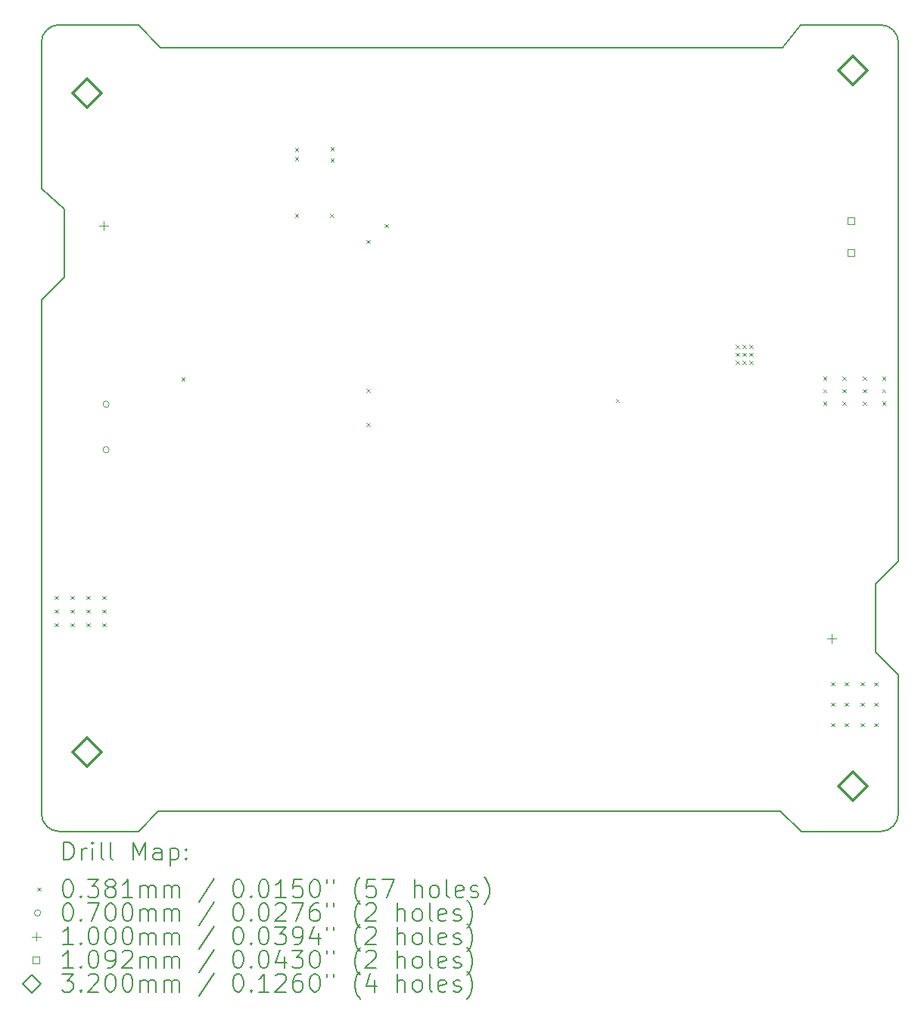
<source format=gbr>
%FSLAX45Y45*%
G04 Gerber Fmt 4.5, Leading zero omitted, Abs format (unit mm)*
G04 Created by KiCad (PCBNEW (6.0.5)) date 2022-07-09 20:36:01*
%MOMM*%
%LPD*%
G01*
G04 APERTURE LIST*
%TA.AperFunction,Profile*%
%ADD10C,0.150000*%
%TD*%
%ADD11C,0.200000*%
%ADD12C,0.038100*%
%ADD13C,0.070000*%
%ADD14C,0.100000*%
%ADD15C,0.109220*%
%ADD16C,0.320000*%
G04 APERTURE END LIST*
D10*
X5320030Y-14197990D02*
G75*
G03*
X5520030Y-14397990I200000J0D01*
G01*
X14708530Y-14397990D02*
G75*
G03*
X14908530Y-14197990I0J200000D01*
G01*
X14908530Y-5580990D02*
G75*
G03*
X14708530Y-5380990I-200000J0D01*
G01*
X5320030Y-8458200D02*
X5320030Y-14197990D01*
X5520030Y-5380990D02*
G75*
G03*
X5320030Y-5580990I0J-200000D01*
G01*
X5520030Y-14397990D02*
X6403950Y-14397990D01*
X14909800Y-11379200D02*
X14908530Y-5580990D01*
X13589000Y-14173200D02*
X6629400Y-14173200D01*
X6403950Y-14397990D02*
X6629400Y-14173200D01*
X14708530Y-14397990D02*
X13824610Y-14397990D01*
X6654800Y-5638800D02*
X6409690Y-5380990D01*
X13614400Y-5638800D02*
X6654800Y-5638800D01*
X13614400Y-5638800D02*
X13818870Y-5380990D01*
X14708530Y-5380990D02*
X13818870Y-5380990D01*
X6409690Y-5380990D02*
X5520030Y-5380990D01*
X5320030Y-7213600D02*
X5320030Y-5580990D01*
X14908530Y-14197990D02*
X14909800Y-12649200D01*
X14655800Y-12395200D02*
X14909800Y-12649200D01*
X14655800Y-11633200D02*
X14655800Y-12395200D01*
X5320030Y-8458200D02*
X5574030Y-8204200D01*
X13824610Y-14397990D02*
X13589000Y-14173200D01*
X5574030Y-7442200D02*
X5320030Y-7213600D01*
X5574030Y-8204200D02*
X5574030Y-7442200D01*
X14909800Y-11379200D02*
X14655800Y-11633200D01*
D11*
D12*
X5467350Y-11766550D02*
X5505450Y-11804650D01*
X5505450Y-11766550D02*
X5467350Y-11804650D01*
X5467350Y-11918950D02*
X5505450Y-11957050D01*
X5505450Y-11918950D02*
X5467350Y-11957050D01*
X5467350Y-12071350D02*
X5505450Y-12109450D01*
X5505450Y-12071350D02*
X5467350Y-12109450D01*
X5645150Y-11766550D02*
X5683250Y-11804650D01*
X5683250Y-11766550D02*
X5645150Y-11804650D01*
X5645150Y-11918950D02*
X5683250Y-11957050D01*
X5683250Y-11918950D02*
X5645150Y-11957050D01*
X5645150Y-12071350D02*
X5683250Y-12109450D01*
X5683250Y-12071350D02*
X5645150Y-12109450D01*
X5822950Y-11766550D02*
X5861050Y-11804650D01*
X5861050Y-11766550D02*
X5822950Y-11804650D01*
X5822950Y-11918950D02*
X5861050Y-11957050D01*
X5861050Y-11918950D02*
X5822950Y-11957050D01*
X5822950Y-12071350D02*
X5861050Y-12109450D01*
X5861050Y-12071350D02*
X5822950Y-12109450D01*
X6000750Y-11766550D02*
X6038850Y-11804650D01*
X6038850Y-11766550D02*
X6000750Y-11804650D01*
X6000750Y-11918950D02*
X6038850Y-11957050D01*
X6038850Y-11918950D02*
X6000750Y-11957050D01*
X6000750Y-12071350D02*
X6038850Y-12109450D01*
X6038850Y-12071350D02*
X6000750Y-12109450D01*
X6888480Y-9324340D02*
X6926580Y-9362440D01*
X6926580Y-9324340D02*
X6888480Y-9362440D01*
X8158480Y-6758940D02*
X8196580Y-6797040D01*
X8196580Y-6758940D02*
X8158480Y-6797040D01*
X8158480Y-6860540D02*
X8196580Y-6898640D01*
X8196580Y-6860540D02*
X8158480Y-6898640D01*
X8158480Y-7495540D02*
X8196580Y-7533640D01*
X8196580Y-7495540D02*
X8158480Y-7533640D01*
X8552180Y-7495540D02*
X8590280Y-7533640D01*
X8590280Y-7495540D02*
X8552180Y-7533640D01*
X8553450Y-6750050D02*
X8591550Y-6788150D01*
X8591550Y-6750050D02*
X8553450Y-6788150D01*
X8553450Y-6877050D02*
X8591550Y-6915150D01*
X8591550Y-6877050D02*
X8553450Y-6915150D01*
X8958580Y-7787640D02*
X8996680Y-7825740D01*
X8996680Y-7787640D02*
X8958580Y-7825740D01*
X8958580Y-9451340D02*
X8996680Y-9489440D01*
X8996680Y-9451340D02*
X8958580Y-9489440D01*
X8958580Y-9832340D02*
X8996680Y-9870440D01*
X8996680Y-9832340D02*
X8958580Y-9870440D01*
X9161780Y-7609840D02*
X9199880Y-7647940D01*
X9199880Y-7609840D02*
X9161780Y-7647940D01*
X11747500Y-9563100D02*
X11785600Y-9601200D01*
X11785600Y-9563100D02*
X11747500Y-9601200D01*
X13087350Y-8959850D02*
X13125450Y-8997950D01*
X13125450Y-8959850D02*
X13087350Y-8997950D01*
X13087350Y-9048750D02*
X13125450Y-9086850D01*
X13125450Y-9048750D02*
X13087350Y-9086850D01*
X13087350Y-9137650D02*
X13125450Y-9175750D01*
X13125450Y-9137650D02*
X13087350Y-9175750D01*
X13163550Y-8959850D02*
X13201650Y-8997950D01*
X13201650Y-8959850D02*
X13163550Y-8997950D01*
X13163550Y-9048750D02*
X13201650Y-9086850D01*
X13201650Y-9048750D02*
X13163550Y-9086850D01*
X13163550Y-9137650D02*
X13201650Y-9175750D01*
X13201650Y-9137650D02*
X13163550Y-9175750D01*
X13239750Y-8959850D02*
X13277850Y-8997950D01*
X13277850Y-8959850D02*
X13239750Y-8997950D01*
X13239750Y-9048750D02*
X13277850Y-9086850D01*
X13277850Y-9048750D02*
X13239750Y-9086850D01*
X13239750Y-9137650D02*
X13277850Y-9175750D01*
X13277850Y-9137650D02*
X13239750Y-9175750D01*
X14065250Y-9315450D02*
X14103350Y-9353550D01*
X14103350Y-9315450D02*
X14065250Y-9353550D01*
X14065250Y-9455150D02*
X14103350Y-9493250D01*
X14103350Y-9455150D02*
X14065250Y-9493250D01*
X14065250Y-9594850D02*
X14103350Y-9632950D01*
X14103350Y-9594850D02*
X14065250Y-9632950D01*
X14154150Y-12731750D02*
X14192250Y-12769850D01*
X14192250Y-12731750D02*
X14154150Y-12769850D01*
X14154150Y-12960350D02*
X14192250Y-12998450D01*
X14192250Y-12960350D02*
X14154150Y-12998450D01*
X14154150Y-13188950D02*
X14192250Y-13227050D01*
X14192250Y-13188950D02*
X14154150Y-13227050D01*
X14281150Y-9315450D02*
X14319250Y-9353550D01*
X14319250Y-9315450D02*
X14281150Y-9353550D01*
X14281150Y-9455150D02*
X14319250Y-9493250D01*
X14319250Y-9455150D02*
X14281150Y-9493250D01*
X14281150Y-9594850D02*
X14319250Y-9632950D01*
X14319250Y-9594850D02*
X14281150Y-9632950D01*
X14306550Y-12731750D02*
X14344650Y-12769850D01*
X14344650Y-12731750D02*
X14306550Y-12769850D01*
X14306550Y-12960350D02*
X14344650Y-12998450D01*
X14344650Y-12960350D02*
X14306550Y-12998450D01*
X14306550Y-13188950D02*
X14344650Y-13227050D01*
X14344650Y-13188950D02*
X14306550Y-13227050D01*
X14484350Y-12731750D02*
X14522450Y-12769850D01*
X14522450Y-12731750D02*
X14484350Y-12769850D01*
X14484350Y-12960350D02*
X14522450Y-12998450D01*
X14522450Y-12960350D02*
X14484350Y-12998450D01*
X14484350Y-13188950D02*
X14522450Y-13227050D01*
X14522450Y-13188950D02*
X14484350Y-13227050D01*
X14509750Y-9315450D02*
X14547850Y-9353550D01*
X14547850Y-9315450D02*
X14509750Y-9353550D01*
X14509750Y-9455150D02*
X14547850Y-9493250D01*
X14547850Y-9455150D02*
X14509750Y-9493250D01*
X14509750Y-9594850D02*
X14547850Y-9632950D01*
X14547850Y-9594850D02*
X14509750Y-9632950D01*
X14636750Y-12731750D02*
X14674850Y-12769850D01*
X14674850Y-12731750D02*
X14636750Y-12769850D01*
X14636750Y-12960350D02*
X14674850Y-12998450D01*
X14674850Y-12960350D02*
X14636750Y-12998450D01*
X14636750Y-13188950D02*
X14674850Y-13227050D01*
X14674850Y-13188950D02*
X14636750Y-13227050D01*
X14725650Y-9315450D02*
X14763750Y-9353550D01*
X14763750Y-9315450D02*
X14725650Y-9353550D01*
X14725650Y-9455150D02*
X14763750Y-9493250D01*
X14763750Y-9455150D02*
X14725650Y-9493250D01*
X14725650Y-9594850D02*
X14763750Y-9632950D01*
X14763750Y-9594850D02*
X14725650Y-9632950D01*
D13*
X6078930Y-9622790D02*
G75*
G03*
X6078930Y-9622790I-35000J0D01*
G01*
X6078930Y-10130790D02*
G75*
G03*
X6078930Y-10130790I-35000J0D01*
G01*
D14*
X6018530Y-7578890D02*
X6018530Y-7678890D01*
X5968530Y-7628890D02*
X6068530Y-7628890D01*
X14159230Y-12188990D02*
X14159230Y-12288990D01*
X14109230Y-12238990D02*
X14209230Y-12238990D01*
D15*
X14415015Y-7613415D02*
X14415015Y-7536184D01*
X14337784Y-7536184D01*
X14337784Y-7613415D01*
X14415015Y-7613415D01*
X14415015Y-7963416D02*
X14415015Y-7886185D01*
X14337784Y-7886185D01*
X14337784Y-7963416D01*
X14415015Y-7963416D01*
D16*
X5828030Y-6302990D02*
X5988030Y-6142990D01*
X5828030Y-5982990D01*
X5668030Y-6142990D01*
X5828030Y-6302990D01*
X5828030Y-13668990D02*
X5988030Y-13508990D01*
X5828030Y-13348990D01*
X5668030Y-13508990D01*
X5828030Y-13668990D01*
X14401030Y-6048990D02*
X14561030Y-5888990D01*
X14401030Y-5728990D01*
X14241030Y-5888990D01*
X14401030Y-6048990D01*
X14401030Y-14049990D02*
X14561030Y-13889990D01*
X14401030Y-13729990D01*
X14241030Y-13889990D01*
X14401030Y-14049990D01*
D11*
X5570149Y-14715966D02*
X5570149Y-14515966D01*
X5617768Y-14515966D01*
X5646339Y-14525490D01*
X5665387Y-14544538D01*
X5674911Y-14563585D01*
X5684435Y-14601680D01*
X5684435Y-14630252D01*
X5674911Y-14668347D01*
X5665387Y-14687395D01*
X5646339Y-14706442D01*
X5617768Y-14715966D01*
X5570149Y-14715966D01*
X5770149Y-14715966D02*
X5770149Y-14582633D01*
X5770149Y-14620728D02*
X5779673Y-14601680D01*
X5789197Y-14592157D01*
X5808244Y-14582633D01*
X5827292Y-14582633D01*
X5893958Y-14715966D02*
X5893958Y-14582633D01*
X5893958Y-14515966D02*
X5884435Y-14525490D01*
X5893958Y-14535014D01*
X5903482Y-14525490D01*
X5893958Y-14515966D01*
X5893958Y-14535014D01*
X6017768Y-14715966D02*
X5998720Y-14706442D01*
X5989197Y-14687395D01*
X5989197Y-14515966D01*
X6122530Y-14715966D02*
X6103482Y-14706442D01*
X6093958Y-14687395D01*
X6093958Y-14515966D01*
X6351101Y-14715966D02*
X6351101Y-14515966D01*
X6417768Y-14658823D01*
X6484435Y-14515966D01*
X6484435Y-14715966D01*
X6665387Y-14715966D02*
X6665387Y-14611204D01*
X6655863Y-14592157D01*
X6636816Y-14582633D01*
X6598720Y-14582633D01*
X6579673Y-14592157D01*
X6665387Y-14706442D02*
X6646339Y-14715966D01*
X6598720Y-14715966D01*
X6579673Y-14706442D01*
X6570149Y-14687395D01*
X6570149Y-14668347D01*
X6579673Y-14649299D01*
X6598720Y-14639776D01*
X6646339Y-14639776D01*
X6665387Y-14630252D01*
X6760625Y-14582633D02*
X6760625Y-14782633D01*
X6760625Y-14592157D02*
X6779673Y-14582633D01*
X6817768Y-14582633D01*
X6836816Y-14592157D01*
X6846339Y-14601680D01*
X6855863Y-14620728D01*
X6855863Y-14677871D01*
X6846339Y-14696918D01*
X6836816Y-14706442D01*
X6817768Y-14715966D01*
X6779673Y-14715966D01*
X6760625Y-14706442D01*
X6941578Y-14696918D02*
X6951101Y-14706442D01*
X6941578Y-14715966D01*
X6932054Y-14706442D01*
X6941578Y-14696918D01*
X6941578Y-14715966D01*
X6941578Y-14592157D02*
X6951101Y-14601680D01*
X6941578Y-14611204D01*
X6932054Y-14601680D01*
X6941578Y-14592157D01*
X6941578Y-14611204D01*
D12*
X5274430Y-15026440D02*
X5312530Y-15064540D01*
X5312530Y-15026440D02*
X5274430Y-15064540D01*
D11*
X5608244Y-14935966D02*
X5627292Y-14935966D01*
X5646339Y-14945490D01*
X5655863Y-14955014D01*
X5665387Y-14974061D01*
X5674911Y-15012157D01*
X5674911Y-15059776D01*
X5665387Y-15097871D01*
X5655863Y-15116918D01*
X5646339Y-15126442D01*
X5627292Y-15135966D01*
X5608244Y-15135966D01*
X5589197Y-15126442D01*
X5579673Y-15116918D01*
X5570149Y-15097871D01*
X5560625Y-15059776D01*
X5560625Y-15012157D01*
X5570149Y-14974061D01*
X5579673Y-14955014D01*
X5589197Y-14945490D01*
X5608244Y-14935966D01*
X5760625Y-15116918D02*
X5770149Y-15126442D01*
X5760625Y-15135966D01*
X5751101Y-15126442D01*
X5760625Y-15116918D01*
X5760625Y-15135966D01*
X5836816Y-14935966D02*
X5960625Y-14935966D01*
X5893958Y-15012157D01*
X5922530Y-15012157D01*
X5941578Y-15021680D01*
X5951101Y-15031204D01*
X5960625Y-15050252D01*
X5960625Y-15097871D01*
X5951101Y-15116918D01*
X5941578Y-15126442D01*
X5922530Y-15135966D01*
X5865387Y-15135966D01*
X5846339Y-15126442D01*
X5836816Y-15116918D01*
X6074911Y-15021680D02*
X6055863Y-15012157D01*
X6046339Y-15002633D01*
X6036816Y-14983585D01*
X6036816Y-14974061D01*
X6046339Y-14955014D01*
X6055863Y-14945490D01*
X6074911Y-14935966D01*
X6113006Y-14935966D01*
X6132054Y-14945490D01*
X6141578Y-14955014D01*
X6151101Y-14974061D01*
X6151101Y-14983585D01*
X6141578Y-15002633D01*
X6132054Y-15012157D01*
X6113006Y-15021680D01*
X6074911Y-15021680D01*
X6055863Y-15031204D01*
X6046339Y-15040728D01*
X6036816Y-15059776D01*
X6036816Y-15097871D01*
X6046339Y-15116918D01*
X6055863Y-15126442D01*
X6074911Y-15135966D01*
X6113006Y-15135966D01*
X6132054Y-15126442D01*
X6141578Y-15116918D01*
X6151101Y-15097871D01*
X6151101Y-15059776D01*
X6141578Y-15040728D01*
X6132054Y-15031204D01*
X6113006Y-15021680D01*
X6341578Y-15135966D02*
X6227292Y-15135966D01*
X6284435Y-15135966D02*
X6284435Y-14935966D01*
X6265387Y-14964538D01*
X6246339Y-14983585D01*
X6227292Y-14993109D01*
X6427292Y-15135966D02*
X6427292Y-15002633D01*
X6427292Y-15021680D02*
X6436816Y-15012157D01*
X6455863Y-15002633D01*
X6484435Y-15002633D01*
X6503482Y-15012157D01*
X6513006Y-15031204D01*
X6513006Y-15135966D01*
X6513006Y-15031204D02*
X6522530Y-15012157D01*
X6541578Y-15002633D01*
X6570149Y-15002633D01*
X6589197Y-15012157D01*
X6598720Y-15031204D01*
X6598720Y-15135966D01*
X6693958Y-15135966D02*
X6693958Y-15002633D01*
X6693958Y-15021680D02*
X6703482Y-15012157D01*
X6722530Y-15002633D01*
X6751101Y-15002633D01*
X6770149Y-15012157D01*
X6779673Y-15031204D01*
X6779673Y-15135966D01*
X6779673Y-15031204D02*
X6789197Y-15012157D01*
X6808244Y-15002633D01*
X6836816Y-15002633D01*
X6855863Y-15012157D01*
X6865387Y-15031204D01*
X6865387Y-15135966D01*
X7255863Y-14926442D02*
X7084435Y-15183585D01*
X7513006Y-14935966D02*
X7532054Y-14935966D01*
X7551101Y-14945490D01*
X7560625Y-14955014D01*
X7570149Y-14974061D01*
X7579673Y-15012157D01*
X7579673Y-15059776D01*
X7570149Y-15097871D01*
X7560625Y-15116918D01*
X7551101Y-15126442D01*
X7532054Y-15135966D01*
X7513006Y-15135966D01*
X7493958Y-15126442D01*
X7484435Y-15116918D01*
X7474911Y-15097871D01*
X7465387Y-15059776D01*
X7465387Y-15012157D01*
X7474911Y-14974061D01*
X7484435Y-14955014D01*
X7493958Y-14945490D01*
X7513006Y-14935966D01*
X7665387Y-15116918D02*
X7674911Y-15126442D01*
X7665387Y-15135966D01*
X7655863Y-15126442D01*
X7665387Y-15116918D01*
X7665387Y-15135966D01*
X7798720Y-14935966D02*
X7817768Y-14935966D01*
X7836816Y-14945490D01*
X7846339Y-14955014D01*
X7855863Y-14974061D01*
X7865387Y-15012157D01*
X7865387Y-15059776D01*
X7855863Y-15097871D01*
X7846339Y-15116918D01*
X7836816Y-15126442D01*
X7817768Y-15135966D01*
X7798720Y-15135966D01*
X7779673Y-15126442D01*
X7770149Y-15116918D01*
X7760625Y-15097871D01*
X7751101Y-15059776D01*
X7751101Y-15012157D01*
X7760625Y-14974061D01*
X7770149Y-14955014D01*
X7779673Y-14945490D01*
X7798720Y-14935966D01*
X8055863Y-15135966D02*
X7941578Y-15135966D01*
X7998720Y-15135966D02*
X7998720Y-14935966D01*
X7979673Y-14964538D01*
X7960625Y-14983585D01*
X7941578Y-14993109D01*
X8236816Y-14935966D02*
X8141578Y-14935966D01*
X8132054Y-15031204D01*
X8141578Y-15021680D01*
X8160625Y-15012157D01*
X8208244Y-15012157D01*
X8227292Y-15021680D01*
X8236816Y-15031204D01*
X8246339Y-15050252D01*
X8246339Y-15097871D01*
X8236816Y-15116918D01*
X8227292Y-15126442D01*
X8208244Y-15135966D01*
X8160625Y-15135966D01*
X8141578Y-15126442D01*
X8132054Y-15116918D01*
X8370149Y-14935966D02*
X8389197Y-14935966D01*
X8408244Y-14945490D01*
X8417768Y-14955014D01*
X8427292Y-14974061D01*
X8436816Y-15012157D01*
X8436816Y-15059776D01*
X8427292Y-15097871D01*
X8417768Y-15116918D01*
X8408244Y-15126442D01*
X8389197Y-15135966D01*
X8370149Y-15135966D01*
X8351101Y-15126442D01*
X8341578Y-15116918D01*
X8332054Y-15097871D01*
X8322530Y-15059776D01*
X8322530Y-15012157D01*
X8332054Y-14974061D01*
X8341578Y-14955014D01*
X8351101Y-14945490D01*
X8370149Y-14935966D01*
X8513006Y-14935966D02*
X8513006Y-14974061D01*
X8589197Y-14935966D02*
X8589197Y-14974061D01*
X8884435Y-15212157D02*
X8874911Y-15202633D01*
X8855863Y-15174061D01*
X8846340Y-15155014D01*
X8836816Y-15126442D01*
X8827292Y-15078823D01*
X8827292Y-15040728D01*
X8836816Y-14993109D01*
X8846340Y-14964538D01*
X8855863Y-14945490D01*
X8874911Y-14916918D01*
X8884435Y-14907395D01*
X9055863Y-14935966D02*
X8960625Y-14935966D01*
X8951101Y-15031204D01*
X8960625Y-15021680D01*
X8979673Y-15012157D01*
X9027292Y-15012157D01*
X9046340Y-15021680D01*
X9055863Y-15031204D01*
X9065387Y-15050252D01*
X9065387Y-15097871D01*
X9055863Y-15116918D01*
X9046340Y-15126442D01*
X9027292Y-15135966D01*
X8979673Y-15135966D01*
X8960625Y-15126442D01*
X8951101Y-15116918D01*
X9132054Y-14935966D02*
X9265387Y-14935966D01*
X9179673Y-15135966D01*
X9493959Y-15135966D02*
X9493959Y-14935966D01*
X9579673Y-15135966D02*
X9579673Y-15031204D01*
X9570149Y-15012157D01*
X9551101Y-15002633D01*
X9522530Y-15002633D01*
X9503482Y-15012157D01*
X9493959Y-15021680D01*
X9703482Y-15135966D02*
X9684435Y-15126442D01*
X9674911Y-15116918D01*
X9665387Y-15097871D01*
X9665387Y-15040728D01*
X9674911Y-15021680D01*
X9684435Y-15012157D01*
X9703482Y-15002633D01*
X9732054Y-15002633D01*
X9751101Y-15012157D01*
X9760625Y-15021680D01*
X9770149Y-15040728D01*
X9770149Y-15097871D01*
X9760625Y-15116918D01*
X9751101Y-15126442D01*
X9732054Y-15135966D01*
X9703482Y-15135966D01*
X9884435Y-15135966D02*
X9865387Y-15126442D01*
X9855863Y-15107395D01*
X9855863Y-14935966D01*
X10036816Y-15126442D02*
X10017768Y-15135966D01*
X9979673Y-15135966D01*
X9960625Y-15126442D01*
X9951101Y-15107395D01*
X9951101Y-15031204D01*
X9960625Y-15012157D01*
X9979673Y-15002633D01*
X10017768Y-15002633D01*
X10036816Y-15012157D01*
X10046340Y-15031204D01*
X10046340Y-15050252D01*
X9951101Y-15069299D01*
X10122530Y-15126442D02*
X10141578Y-15135966D01*
X10179673Y-15135966D01*
X10198720Y-15126442D01*
X10208244Y-15107395D01*
X10208244Y-15097871D01*
X10198720Y-15078823D01*
X10179673Y-15069299D01*
X10151101Y-15069299D01*
X10132054Y-15059776D01*
X10122530Y-15040728D01*
X10122530Y-15031204D01*
X10132054Y-15012157D01*
X10151101Y-15002633D01*
X10179673Y-15002633D01*
X10198720Y-15012157D01*
X10274911Y-15212157D02*
X10284435Y-15202633D01*
X10303482Y-15174061D01*
X10313006Y-15155014D01*
X10322530Y-15126442D01*
X10332054Y-15078823D01*
X10332054Y-15040728D01*
X10322530Y-14993109D01*
X10313006Y-14964538D01*
X10303482Y-14945490D01*
X10284435Y-14916918D01*
X10274911Y-14907395D01*
D13*
X5312530Y-15309490D02*
G75*
G03*
X5312530Y-15309490I-35000J0D01*
G01*
D11*
X5608244Y-15199966D02*
X5627292Y-15199966D01*
X5646339Y-15209490D01*
X5655863Y-15219014D01*
X5665387Y-15238061D01*
X5674911Y-15276157D01*
X5674911Y-15323776D01*
X5665387Y-15361871D01*
X5655863Y-15380918D01*
X5646339Y-15390442D01*
X5627292Y-15399966D01*
X5608244Y-15399966D01*
X5589197Y-15390442D01*
X5579673Y-15380918D01*
X5570149Y-15361871D01*
X5560625Y-15323776D01*
X5560625Y-15276157D01*
X5570149Y-15238061D01*
X5579673Y-15219014D01*
X5589197Y-15209490D01*
X5608244Y-15199966D01*
X5760625Y-15380918D02*
X5770149Y-15390442D01*
X5760625Y-15399966D01*
X5751101Y-15390442D01*
X5760625Y-15380918D01*
X5760625Y-15399966D01*
X5836816Y-15199966D02*
X5970149Y-15199966D01*
X5884435Y-15399966D01*
X6084435Y-15199966D02*
X6103482Y-15199966D01*
X6122530Y-15209490D01*
X6132054Y-15219014D01*
X6141578Y-15238061D01*
X6151101Y-15276157D01*
X6151101Y-15323776D01*
X6141578Y-15361871D01*
X6132054Y-15380918D01*
X6122530Y-15390442D01*
X6103482Y-15399966D01*
X6084435Y-15399966D01*
X6065387Y-15390442D01*
X6055863Y-15380918D01*
X6046339Y-15361871D01*
X6036816Y-15323776D01*
X6036816Y-15276157D01*
X6046339Y-15238061D01*
X6055863Y-15219014D01*
X6065387Y-15209490D01*
X6084435Y-15199966D01*
X6274911Y-15199966D02*
X6293958Y-15199966D01*
X6313006Y-15209490D01*
X6322530Y-15219014D01*
X6332054Y-15238061D01*
X6341578Y-15276157D01*
X6341578Y-15323776D01*
X6332054Y-15361871D01*
X6322530Y-15380918D01*
X6313006Y-15390442D01*
X6293958Y-15399966D01*
X6274911Y-15399966D01*
X6255863Y-15390442D01*
X6246339Y-15380918D01*
X6236816Y-15361871D01*
X6227292Y-15323776D01*
X6227292Y-15276157D01*
X6236816Y-15238061D01*
X6246339Y-15219014D01*
X6255863Y-15209490D01*
X6274911Y-15199966D01*
X6427292Y-15399966D02*
X6427292Y-15266633D01*
X6427292Y-15285680D02*
X6436816Y-15276157D01*
X6455863Y-15266633D01*
X6484435Y-15266633D01*
X6503482Y-15276157D01*
X6513006Y-15295204D01*
X6513006Y-15399966D01*
X6513006Y-15295204D02*
X6522530Y-15276157D01*
X6541578Y-15266633D01*
X6570149Y-15266633D01*
X6589197Y-15276157D01*
X6598720Y-15295204D01*
X6598720Y-15399966D01*
X6693958Y-15399966D02*
X6693958Y-15266633D01*
X6693958Y-15285680D02*
X6703482Y-15276157D01*
X6722530Y-15266633D01*
X6751101Y-15266633D01*
X6770149Y-15276157D01*
X6779673Y-15295204D01*
X6779673Y-15399966D01*
X6779673Y-15295204D02*
X6789197Y-15276157D01*
X6808244Y-15266633D01*
X6836816Y-15266633D01*
X6855863Y-15276157D01*
X6865387Y-15295204D01*
X6865387Y-15399966D01*
X7255863Y-15190442D02*
X7084435Y-15447585D01*
X7513006Y-15199966D02*
X7532054Y-15199966D01*
X7551101Y-15209490D01*
X7560625Y-15219014D01*
X7570149Y-15238061D01*
X7579673Y-15276157D01*
X7579673Y-15323776D01*
X7570149Y-15361871D01*
X7560625Y-15380918D01*
X7551101Y-15390442D01*
X7532054Y-15399966D01*
X7513006Y-15399966D01*
X7493958Y-15390442D01*
X7484435Y-15380918D01*
X7474911Y-15361871D01*
X7465387Y-15323776D01*
X7465387Y-15276157D01*
X7474911Y-15238061D01*
X7484435Y-15219014D01*
X7493958Y-15209490D01*
X7513006Y-15199966D01*
X7665387Y-15380918D02*
X7674911Y-15390442D01*
X7665387Y-15399966D01*
X7655863Y-15390442D01*
X7665387Y-15380918D01*
X7665387Y-15399966D01*
X7798720Y-15199966D02*
X7817768Y-15199966D01*
X7836816Y-15209490D01*
X7846339Y-15219014D01*
X7855863Y-15238061D01*
X7865387Y-15276157D01*
X7865387Y-15323776D01*
X7855863Y-15361871D01*
X7846339Y-15380918D01*
X7836816Y-15390442D01*
X7817768Y-15399966D01*
X7798720Y-15399966D01*
X7779673Y-15390442D01*
X7770149Y-15380918D01*
X7760625Y-15361871D01*
X7751101Y-15323776D01*
X7751101Y-15276157D01*
X7760625Y-15238061D01*
X7770149Y-15219014D01*
X7779673Y-15209490D01*
X7798720Y-15199966D01*
X7941578Y-15219014D02*
X7951101Y-15209490D01*
X7970149Y-15199966D01*
X8017768Y-15199966D01*
X8036816Y-15209490D01*
X8046339Y-15219014D01*
X8055863Y-15238061D01*
X8055863Y-15257109D01*
X8046339Y-15285680D01*
X7932054Y-15399966D01*
X8055863Y-15399966D01*
X8122530Y-15199966D02*
X8255863Y-15199966D01*
X8170149Y-15399966D01*
X8417768Y-15199966D02*
X8379673Y-15199966D01*
X8360625Y-15209490D01*
X8351101Y-15219014D01*
X8332054Y-15247585D01*
X8322530Y-15285680D01*
X8322530Y-15361871D01*
X8332054Y-15380918D01*
X8341578Y-15390442D01*
X8360625Y-15399966D01*
X8398720Y-15399966D01*
X8417768Y-15390442D01*
X8427292Y-15380918D01*
X8436816Y-15361871D01*
X8436816Y-15314252D01*
X8427292Y-15295204D01*
X8417768Y-15285680D01*
X8398720Y-15276157D01*
X8360625Y-15276157D01*
X8341578Y-15285680D01*
X8332054Y-15295204D01*
X8322530Y-15314252D01*
X8513006Y-15199966D02*
X8513006Y-15238061D01*
X8589197Y-15199966D02*
X8589197Y-15238061D01*
X8884435Y-15476157D02*
X8874911Y-15466633D01*
X8855863Y-15438061D01*
X8846340Y-15419014D01*
X8836816Y-15390442D01*
X8827292Y-15342823D01*
X8827292Y-15304728D01*
X8836816Y-15257109D01*
X8846340Y-15228538D01*
X8855863Y-15209490D01*
X8874911Y-15180918D01*
X8884435Y-15171395D01*
X8951101Y-15219014D02*
X8960625Y-15209490D01*
X8979673Y-15199966D01*
X9027292Y-15199966D01*
X9046340Y-15209490D01*
X9055863Y-15219014D01*
X9065387Y-15238061D01*
X9065387Y-15257109D01*
X9055863Y-15285680D01*
X8941578Y-15399966D01*
X9065387Y-15399966D01*
X9303482Y-15399966D02*
X9303482Y-15199966D01*
X9389197Y-15399966D02*
X9389197Y-15295204D01*
X9379673Y-15276157D01*
X9360625Y-15266633D01*
X9332054Y-15266633D01*
X9313006Y-15276157D01*
X9303482Y-15285680D01*
X9513006Y-15399966D02*
X9493959Y-15390442D01*
X9484435Y-15380918D01*
X9474911Y-15361871D01*
X9474911Y-15304728D01*
X9484435Y-15285680D01*
X9493959Y-15276157D01*
X9513006Y-15266633D01*
X9541578Y-15266633D01*
X9560625Y-15276157D01*
X9570149Y-15285680D01*
X9579673Y-15304728D01*
X9579673Y-15361871D01*
X9570149Y-15380918D01*
X9560625Y-15390442D01*
X9541578Y-15399966D01*
X9513006Y-15399966D01*
X9693959Y-15399966D02*
X9674911Y-15390442D01*
X9665387Y-15371395D01*
X9665387Y-15199966D01*
X9846340Y-15390442D02*
X9827292Y-15399966D01*
X9789197Y-15399966D01*
X9770149Y-15390442D01*
X9760625Y-15371395D01*
X9760625Y-15295204D01*
X9770149Y-15276157D01*
X9789197Y-15266633D01*
X9827292Y-15266633D01*
X9846340Y-15276157D01*
X9855863Y-15295204D01*
X9855863Y-15314252D01*
X9760625Y-15333299D01*
X9932054Y-15390442D02*
X9951101Y-15399966D01*
X9989197Y-15399966D01*
X10008244Y-15390442D01*
X10017768Y-15371395D01*
X10017768Y-15361871D01*
X10008244Y-15342823D01*
X9989197Y-15333299D01*
X9960625Y-15333299D01*
X9941578Y-15323776D01*
X9932054Y-15304728D01*
X9932054Y-15295204D01*
X9941578Y-15276157D01*
X9960625Y-15266633D01*
X9989197Y-15266633D01*
X10008244Y-15276157D01*
X10084435Y-15476157D02*
X10093959Y-15466633D01*
X10113006Y-15438061D01*
X10122530Y-15419014D01*
X10132054Y-15390442D01*
X10141578Y-15342823D01*
X10141578Y-15304728D01*
X10132054Y-15257109D01*
X10122530Y-15228538D01*
X10113006Y-15209490D01*
X10093959Y-15180918D01*
X10084435Y-15171395D01*
D14*
X5262530Y-15523490D02*
X5262530Y-15623490D01*
X5212530Y-15573490D02*
X5312530Y-15573490D01*
D11*
X5674911Y-15663966D02*
X5560625Y-15663966D01*
X5617768Y-15663966D02*
X5617768Y-15463966D01*
X5598720Y-15492538D01*
X5579673Y-15511585D01*
X5560625Y-15521109D01*
X5760625Y-15644918D02*
X5770149Y-15654442D01*
X5760625Y-15663966D01*
X5751101Y-15654442D01*
X5760625Y-15644918D01*
X5760625Y-15663966D01*
X5893958Y-15463966D02*
X5913006Y-15463966D01*
X5932054Y-15473490D01*
X5941578Y-15483014D01*
X5951101Y-15502061D01*
X5960625Y-15540157D01*
X5960625Y-15587776D01*
X5951101Y-15625871D01*
X5941578Y-15644918D01*
X5932054Y-15654442D01*
X5913006Y-15663966D01*
X5893958Y-15663966D01*
X5874911Y-15654442D01*
X5865387Y-15644918D01*
X5855863Y-15625871D01*
X5846339Y-15587776D01*
X5846339Y-15540157D01*
X5855863Y-15502061D01*
X5865387Y-15483014D01*
X5874911Y-15473490D01*
X5893958Y-15463966D01*
X6084435Y-15463966D02*
X6103482Y-15463966D01*
X6122530Y-15473490D01*
X6132054Y-15483014D01*
X6141578Y-15502061D01*
X6151101Y-15540157D01*
X6151101Y-15587776D01*
X6141578Y-15625871D01*
X6132054Y-15644918D01*
X6122530Y-15654442D01*
X6103482Y-15663966D01*
X6084435Y-15663966D01*
X6065387Y-15654442D01*
X6055863Y-15644918D01*
X6046339Y-15625871D01*
X6036816Y-15587776D01*
X6036816Y-15540157D01*
X6046339Y-15502061D01*
X6055863Y-15483014D01*
X6065387Y-15473490D01*
X6084435Y-15463966D01*
X6274911Y-15463966D02*
X6293958Y-15463966D01*
X6313006Y-15473490D01*
X6322530Y-15483014D01*
X6332054Y-15502061D01*
X6341578Y-15540157D01*
X6341578Y-15587776D01*
X6332054Y-15625871D01*
X6322530Y-15644918D01*
X6313006Y-15654442D01*
X6293958Y-15663966D01*
X6274911Y-15663966D01*
X6255863Y-15654442D01*
X6246339Y-15644918D01*
X6236816Y-15625871D01*
X6227292Y-15587776D01*
X6227292Y-15540157D01*
X6236816Y-15502061D01*
X6246339Y-15483014D01*
X6255863Y-15473490D01*
X6274911Y-15463966D01*
X6427292Y-15663966D02*
X6427292Y-15530633D01*
X6427292Y-15549680D02*
X6436816Y-15540157D01*
X6455863Y-15530633D01*
X6484435Y-15530633D01*
X6503482Y-15540157D01*
X6513006Y-15559204D01*
X6513006Y-15663966D01*
X6513006Y-15559204D02*
X6522530Y-15540157D01*
X6541578Y-15530633D01*
X6570149Y-15530633D01*
X6589197Y-15540157D01*
X6598720Y-15559204D01*
X6598720Y-15663966D01*
X6693958Y-15663966D02*
X6693958Y-15530633D01*
X6693958Y-15549680D02*
X6703482Y-15540157D01*
X6722530Y-15530633D01*
X6751101Y-15530633D01*
X6770149Y-15540157D01*
X6779673Y-15559204D01*
X6779673Y-15663966D01*
X6779673Y-15559204D02*
X6789197Y-15540157D01*
X6808244Y-15530633D01*
X6836816Y-15530633D01*
X6855863Y-15540157D01*
X6865387Y-15559204D01*
X6865387Y-15663966D01*
X7255863Y-15454442D02*
X7084435Y-15711585D01*
X7513006Y-15463966D02*
X7532054Y-15463966D01*
X7551101Y-15473490D01*
X7560625Y-15483014D01*
X7570149Y-15502061D01*
X7579673Y-15540157D01*
X7579673Y-15587776D01*
X7570149Y-15625871D01*
X7560625Y-15644918D01*
X7551101Y-15654442D01*
X7532054Y-15663966D01*
X7513006Y-15663966D01*
X7493958Y-15654442D01*
X7484435Y-15644918D01*
X7474911Y-15625871D01*
X7465387Y-15587776D01*
X7465387Y-15540157D01*
X7474911Y-15502061D01*
X7484435Y-15483014D01*
X7493958Y-15473490D01*
X7513006Y-15463966D01*
X7665387Y-15644918D02*
X7674911Y-15654442D01*
X7665387Y-15663966D01*
X7655863Y-15654442D01*
X7665387Y-15644918D01*
X7665387Y-15663966D01*
X7798720Y-15463966D02*
X7817768Y-15463966D01*
X7836816Y-15473490D01*
X7846339Y-15483014D01*
X7855863Y-15502061D01*
X7865387Y-15540157D01*
X7865387Y-15587776D01*
X7855863Y-15625871D01*
X7846339Y-15644918D01*
X7836816Y-15654442D01*
X7817768Y-15663966D01*
X7798720Y-15663966D01*
X7779673Y-15654442D01*
X7770149Y-15644918D01*
X7760625Y-15625871D01*
X7751101Y-15587776D01*
X7751101Y-15540157D01*
X7760625Y-15502061D01*
X7770149Y-15483014D01*
X7779673Y-15473490D01*
X7798720Y-15463966D01*
X7932054Y-15463966D02*
X8055863Y-15463966D01*
X7989197Y-15540157D01*
X8017768Y-15540157D01*
X8036816Y-15549680D01*
X8046339Y-15559204D01*
X8055863Y-15578252D01*
X8055863Y-15625871D01*
X8046339Y-15644918D01*
X8036816Y-15654442D01*
X8017768Y-15663966D01*
X7960625Y-15663966D01*
X7941578Y-15654442D01*
X7932054Y-15644918D01*
X8151101Y-15663966D02*
X8189197Y-15663966D01*
X8208244Y-15654442D01*
X8217768Y-15644918D01*
X8236816Y-15616347D01*
X8246339Y-15578252D01*
X8246339Y-15502061D01*
X8236816Y-15483014D01*
X8227292Y-15473490D01*
X8208244Y-15463966D01*
X8170149Y-15463966D01*
X8151101Y-15473490D01*
X8141578Y-15483014D01*
X8132054Y-15502061D01*
X8132054Y-15549680D01*
X8141578Y-15568728D01*
X8151101Y-15578252D01*
X8170149Y-15587776D01*
X8208244Y-15587776D01*
X8227292Y-15578252D01*
X8236816Y-15568728D01*
X8246339Y-15549680D01*
X8417768Y-15530633D02*
X8417768Y-15663966D01*
X8370149Y-15454442D02*
X8322530Y-15597299D01*
X8446340Y-15597299D01*
X8513006Y-15463966D02*
X8513006Y-15502061D01*
X8589197Y-15463966D02*
X8589197Y-15502061D01*
X8884435Y-15740157D02*
X8874911Y-15730633D01*
X8855863Y-15702061D01*
X8846340Y-15683014D01*
X8836816Y-15654442D01*
X8827292Y-15606823D01*
X8827292Y-15568728D01*
X8836816Y-15521109D01*
X8846340Y-15492538D01*
X8855863Y-15473490D01*
X8874911Y-15444918D01*
X8884435Y-15435395D01*
X8951101Y-15483014D02*
X8960625Y-15473490D01*
X8979673Y-15463966D01*
X9027292Y-15463966D01*
X9046340Y-15473490D01*
X9055863Y-15483014D01*
X9065387Y-15502061D01*
X9065387Y-15521109D01*
X9055863Y-15549680D01*
X8941578Y-15663966D01*
X9065387Y-15663966D01*
X9303482Y-15663966D02*
X9303482Y-15463966D01*
X9389197Y-15663966D02*
X9389197Y-15559204D01*
X9379673Y-15540157D01*
X9360625Y-15530633D01*
X9332054Y-15530633D01*
X9313006Y-15540157D01*
X9303482Y-15549680D01*
X9513006Y-15663966D02*
X9493959Y-15654442D01*
X9484435Y-15644918D01*
X9474911Y-15625871D01*
X9474911Y-15568728D01*
X9484435Y-15549680D01*
X9493959Y-15540157D01*
X9513006Y-15530633D01*
X9541578Y-15530633D01*
X9560625Y-15540157D01*
X9570149Y-15549680D01*
X9579673Y-15568728D01*
X9579673Y-15625871D01*
X9570149Y-15644918D01*
X9560625Y-15654442D01*
X9541578Y-15663966D01*
X9513006Y-15663966D01*
X9693959Y-15663966D02*
X9674911Y-15654442D01*
X9665387Y-15635395D01*
X9665387Y-15463966D01*
X9846340Y-15654442D02*
X9827292Y-15663966D01*
X9789197Y-15663966D01*
X9770149Y-15654442D01*
X9760625Y-15635395D01*
X9760625Y-15559204D01*
X9770149Y-15540157D01*
X9789197Y-15530633D01*
X9827292Y-15530633D01*
X9846340Y-15540157D01*
X9855863Y-15559204D01*
X9855863Y-15578252D01*
X9760625Y-15597299D01*
X9932054Y-15654442D02*
X9951101Y-15663966D01*
X9989197Y-15663966D01*
X10008244Y-15654442D01*
X10017768Y-15635395D01*
X10017768Y-15625871D01*
X10008244Y-15606823D01*
X9989197Y-15597299D01*
X9960625Y-15597299D01*
X9941578Y-15587776D01*
X9932054Y-15568728D01*
X9932054Y-15559204D01*
X9941578Y-15540157D01*
X9960625Y-15530633D01*
X9989197Y-15530633D01*
X10008244Y-15540157D01*
X10084435Y-15740157D02*
X10093959Y-15730633D01*
X10113006Y-15702061D01*
X10122530Y-15683014D01*
X10132054Y-15654442D01*
X10141578Y-15606823D01*
X10141578Y-15568728D01*
X10132054Y-15521109D01*
X10122530Y-15492538D01*
X10113006Y-15473490D01*
X10093959Y-15444918D01*
X10084435Y-15435395D01*
D15*
X5296536Y-15876105D02*
X5296536Y-15798874D01*
X5219305Y-15798874D01*
X5219305Y-15876105D01*
X5296536Y-15876105D01*
D11*
X5674911Y-15927966D02*
X5560625Y-15927966D01*
X5617768Y-15927966D02*
X5617768Y-15727966D01*
X5598720Y-15756538D01*
X5579673Y-15775585D01*
X5560625Y-15785109D01*
X5760625Y-15908918D02*
X5770149Y-15918442D01*
X5760625Y-15927966D01*
X5751101Y-15918442D01*
X5760625Y-15908918D01*
X5760625Y-15927966D01*
X5893958Y-15727966D02*
X5913006Y-15727966D01*
X5932054Y-15737490D01*
X5941578Y-15747014D01*
X5951101Y-15766061D01*
X5960625Y-15804157D01*
X5960625Y-15851776D01*
X5951101Y-15889871D01*
X5941578Y-15908918D01*
X5932054Y-15918442D01*
X5913006Y-15927966D01*
X5893958Y-15927966D01*
X5874911Y-15918442D01*
X5865387Y-15908918D01*
X5855863Y-15889871D01*
X5846339Y-15851776D01*
X5846339Y-15804157D01*
X5855863Y-15766061D01*
X5865387Y-15747014D01*
X5874911Y-15737490D01*
X5893958Y-15727966D01*
X6055863Y-15927966D02*
X6093958Y-15927966D01*
X6113006Y-15918442D01*
X6122530Y-15908918D01*
X6141578Y-15880347D01*
X6151101Y-15842252D01*
X6151101Y-15766061D01*
X6141578Y-15747014D01*
X6132054Y-15737490D01*
X6113006Y-15727966D01*
X6074911Y-15727966D01*
X6055863Y-15737490D01*
X6046339Y-15747014D01*
X6036816Y-15766061D01*
X6036816Y-15813680D01*
X6046339Y-15832728D01*
X6055863Y-15842252D01*
X6074911Y-15851776D01*
X6113006Y-15851776D01*
X6132054Y-15842252D01*
X6141578Y-15832728D01*
X6151101Y-15813680D01*
X6227292Y-15747014D02*
X6236816Y-15737490D01*
X6255863Y-15727966D01*
X6303482Y-15727966D01*
X6322530Y-15737490D01*
X6332054Y-15747014D01*
X6341578Y-15766061D01*
X6341578Y-15785109D01*
X6332054Y-15813680D01*
X6217768Y-15927966D01*
X6341578Y-15927966D01*
X6427292Y-15927966D02*
X6427292Y-15794633D01*
X6427292Y-15813680D02*
X6436816Y-15804157D01*
X6455863Y-15794633D01*
X6484435Y-15794633D01*
X6503482Y-15804157D01*
X6513006Y-15823204D01*
X6513006Y-15927966D01*
X6513006Y-15823204D02*
X6522530Y-15804157D01*
X6541578Y-15794633D01*
X6570149Y-15794633D01*
X6589197Y-15804157D01*
X6598720Y-15823204D01*
X6598720Y-15927966D01*
X6693958Y-15927966D02*
X6693958Y-15794633D01*
X6693958Y-15813680D02*
X6703482Y-15804157D01*
X6722530Y-15794633D01*
X6751101Y-15794633D01*
X6770149Y-15804157D01*
X6779673Y-15823204D01*
X6779673Y-15927966D01*
X6779673Y-15823204D02*
X6789197Y-15804157D01*
X6808244Y-15794633D01*
X6836816Y-15794633D01*
X6855863Y-15804157D01*
X6865387Y-15823204D01*
X6865387Y-15927966D01*
X7255863Y-15718442D02*
X7084435Y-15975585D01*
X7513006Y-15727966D02*
X7532054Y-15727966D01*
X7551101Y-15737490D01*
X7560625Y-15747014D01*
X7570149Y-15766061D01*
X7579673Y-15804157D01*
X7579673Y-15851776D01*
X7570149Y-15889871D01*
X7560625Y-15908918D01*
X7551101Y-15918442D01*
X7532054Y-15927966D01*
X7513006Y-15927966D01*
X7493958Y-15918442D01*
X7484435Y-15908918D01*
X7474911Y-15889871D01*
X7465387Y-15851776D01*
X7465387Y-15804157D01*
X7474911Y-15766061D01*
X7484435Y-15747014D01*
X7493958Y-15737490D01*
X7513006Y-15727966D01*
X7665387Y-15908918D02*
X7674911Y-15918442D01*
X7665387Y-15927966D01*
X7655863Y-15918442D01*
X7665387Y-15908918D01*
X7665387Y-15927966D01*
X7798720Y-15727966D02*
X7817768Y-15727966D01*
X7836816Y-15737490D01*
X7846339Y-15747014D01*
X7855863Y-15766061D01*
X7865387Y-15804157D01*
X7865387Y-15851776D01*
X7855863Y-15889871D01*
X7846339Y-15908918D01*
X7836816Y-15918442D01*
X7817768Y-15927966D01*
X7798720Y-15927966D01*
X7779673Y-15918442D01*
X7770149Y-15908918D01*
X7760625Y-15889871D01*
X7751101Y-15851776D01*
X7751101Y-15804157D01*
X7760625Y-15766061D01*
X7770149Y-15747014D01*
X7779673Y-15737490D01*
X7798720Y-15727966D01*
X8036816Y-15794633D02*
X8036816Y-15927966D01*
X7989197Y-15718442D02*
X7941578Y-15861299D01*
X8065387Y-15861299D01*
X8122530Y-15727966D02*
X8246339Y-15727966D01*
X8179673Y-15804157D01*
X8208244Y-15804157D01*
X8227292Y-15813680D01*
X8236816Y-15823204D01*
X8246339Y-15842252D01*
X8246339Y-15889871D01*
X8236816Y-15908918D01*
X8227292Y-15918442D01*
X8208244Y-15927966D01*
X8151101Y-15927966D01*
X8132054Y-15918442D01*
X8122530Y-15908918D01*
X8370149Y-15727966D02*
X8389197Y-15727966D01*
X8408244Y-15737490D01*
X8417768Y-15747014D01*
X8427292Y-15766061D01*
X8436816Y-15804157D01*
X8436816Y-15851776D01*
X8427292Y-15889871D01*
X8417768Y-15908918D01*
X8408244Y-15918442D01*
X8389197Y-15927966D01*
X8370149Y-15927966D01*
X8351101Y-15918442D01*
X8341578Y-15908918D01*
X8332054Y-15889871D01*
X8322530Y-15851776D01*
X8322530Y-15804157D01*
X8332054Y-15766061D01*
X8341578Y-15747014D01*
X8351101Y-15737490D01*
X8370149Y-15727966D01*
X8513006Y-15727966D02*
X8513006Y-15766061D01*
X8589197Y-15727966D02*
X8589197Y-15766061D01*
X8884435Y-16004157D02*
X8874911Y-15994633D01*
X8855863Y-15966061D01*
X8846340Y-15947014D01*
X8836816Y-15918442D01*
X8827292Y-15870823D01*
X8827292Y-15832728D01*
X8836816Y-15785109D01*
X8846340Y-15756538D01*
X8855863Y-15737490D01*
X8874911Y-15708918D01*
X8884435Y-15699395D01*
X8951101Y-15747014D02*
X8960625Y-15737490D01*
X8979673Y-15727966D01*
X9027292Y-15727966D01*
X9046340Y-15737490D01*
X9055863Y-15747014D01*
X9065387Y-15766061D01*
X9065387Y-15785109D01*
X9055863Y-15813680D01*
X8941578Y-15927966D01*
X9065387Y-15927966D01*
X9303482Y-15927966D02*
X9303482Y-15727966D01*
X9389197Y-15927966D02*
X9389197Y-15823204D01*
X9379673Y-15804157D01*
X9360625Y-15794633D01*
X9332054Y-15794633D01*
X9313006Y-15804157D01*
X9303482Y-15813680D01*
X9513006Y-15927966D02*
X9493959Y-15918442D01*
X9484435Y-15908918D01*
X9474911Y-15889871D01*
X9474911Y-15832728D01*
X9484435Y-15813680D01*
X9493959Y-15804157D01*
X9513006Y-15794633D01*
X9541578Y-15794633D01*
X9560625Y-15804157D01*
X9570149Y-15813680D01*
X9579673Y-15832728D01*
X9579673Y-15889871D01*
X9570149Y-15908918D01*
X9560625Y-15918442D01*
X9541578Y-15927966D01*
X9513006Y-15927966D01*
X9693959Y-15927966D02*
X9674911Y-15918442D01*
X9665387Y-15899395D01*
X9665387Y-15727966D01*
X9846340Y-15918442D02*
X9827292Y-15927966D01*
X9789197Y-15927966D01*
X9770149Y-15918442D01*
X9760625Y-15899395D01*
X9760625Y-15823204D01*
X9770149Y-15804157D01*
X9789197Y-15794633D01*
X9827292Y-15794633D01*
X9846340Y-15804157D01*
X9855863Y-15823204D01*
X9855863Y-15842252D01*
X9760625Y-15861299D01*
X9932054Y-15918442D02*
X9951101Y-15927966D01*
X9989197Y-15927966D01*
X10008244Y-15918442D01*
X10017768Y-15899395D01*
X10017768Y-15889871D01*
X10008244Y-15870823D01*
X9989197Y-15861299D01*
X9960625Y-15861299D01*
X9941578Y-15851776D01*
X9932054Y-15832728D01*
X9932054Y-15823204D01*
X9941578Y-15804157D01*
X9960625Y-15794633D01*
X9989197Y-15794633D01*
X10008244Y-15804157D01*
X10084435Y-16004157D02*
X10093959Y-15994633D01*
X10113006Y-15966061D01*
X10122530Y-15947014D01*
X10132054Y-15918442D01*
X10141578Y-15870823D01*
X10141578Y-15832728D01*
X10132054Y-15785109D01*
X10122530Y-15756538D01*
X10113006Y-15737490D01*
X10093959Y-15708918D01*
X10084435Y-15699395D01*
X5212530Y-16201490D02*
X5312530Y-16101490D01*
X5212530Y-16001490D01*
X5112530Y-16101490D01*
X5212530Y-16201490D01*
X5551101Y-15991966D02*
X5674911Y-15991966D01*
X5608244Y-16068157D01*
X5636816Y-16068157D01*
X5655863Y-16077680D01*
X5665387Y-16087204D01*
X5674911Y-16106252D01*
X5674911Y-16153871D01*
X5665387Y-16172918D01*
X5655863Y-16182442D01*
X5636816Y-16191966D01*
X5579673Y-16191966D01*
X5560625Y-16182442D01*
X5551101Y-16172918D01*
X5760625Y-16172918D02*
X5770149Y-16182442D01*
X5760625Y-16191966D01*
X5751101Y-16182442D01*
X5760625Y-16172918D01*
X5760625Y-16191966D01*
X5846339Y-16011014D02*
X5855863Y-16001490D01*
X5874911Y-15991966D01*
X5922530Y-15991966D01*
X5941578Y-16001490D01*
X5951101Y-16011014D01*
X5960625Y-16030061D01*
X5960625Y-16049109D01*
X5951101Y-16077680D01*
X5836816Y-16191966D01*
X5960625Y-16191966D01*
X6084435Y-15991966D02*
X6103482Y-15991966D01*
X6122530Y-16001490D01*
X6132054Y-16011014D01*
X6141578Y-16030061D01*
X6151101Y-16068157D01*
X6151101Y-16115776D01*
X6141578Y-16153871D01*
X6132054Y-16172918D01*
X6122530Y-16182442D01*
X6103482Y-16191966D01*
X6084435Y-16191966D01*
X6065387Y-16182442D01*
X6055863Y-16172918D01*
X6046339Y-16153871D01*
X6036816Y-16115776D01*
X6036816Y-16068157D01*
X6046339Y-16030061D01*
X6055863Y-16011014D01*
X6065387Y-16001490D01*
X6084435Y-15991966D01*
X6274911Y-15991966D02*
X6293958Y-15991966D01*
X6313006Y-16001490D01*
X6322530Y-16011014D01*
X6332054Y-16030061D01*
X6341578Y-16068157D01*
X6341578Y-16115776D01*
X6332054Y-16153871D01*
X6322530Y-16172918D01*
X6313006Y-16182442D01*
X6293958Y-16191966D01*
X6274911Y-16191966D01*
X6255863Y-16182442D01*
X6246339Y-16172918D01*
X6236816Y-16153871D01*
X6227292Y-16115776D01*
X6227292Y-16068157D01*
X6236816Y-16030061D01*
X6246339Y-16011014D01*
X6255863Y-16001490D01*
X6274911Y-15991966D01*
X6427292Y-16191966D02*
X6427292Y-16058633D01*
X6427292Y-16077680D02*
X6436816Y-16068157D01*
X6455863Y-16058633D01*
X6484435Y-16058633D01*
X6503482Y-16068157D01*
X6513006Y-16087204D01*
X6513006Y-16191966D01*
X6513006Y-16087204D02*
X6522530Y-16068157D01*
X6541578Y-16058633D01*
X6570149Y-16058633D01*
X6589197Y-16068157D01*
X6598720Y-16087204D01*
X6598720Y-16191966D01*
X6693958Y-16191966D02*
X6693958Y-16058633D01*
X6693958Y-16077680D02*
X6703482Y-16068157D01*
X6722530Y-16058633D01*
X6751101Y-16058633D01*
X6770149Y-16068157D01*
X6779673Y-16087204D01*
X6779673Y-16191966D01*
X6779673Y-16087204D02*
X6789197Y-16068157D01*
X6808244Y-16058633D01*
X6836816Y-16058633D01*
X6855863Y-16068157D01*
X6865387Y-16087204D01*
X6865387Y-16191966D01*
X7255863Y-15982442D02*
X7084435Y-16239585D01*
X7513006Y-15991966D02*
X7532054Y-15991966D01*
X7551101Y-16001490D01*
X7560625Y-16011014D01*
X7570149Y-16030061D01*
X7579673Y-16068157D01*
X7579673Y-16115776D01*
X7570149Y-16153871D01*
X7560625Y-16172918D01*
X7551101Y-16182442D01*
X7532054Y-16191966D01*
X7513006Y-16191966D01*
X7493958Y-16182442D01*
X7484435Y-16172918D01*
X7474911Y-16153871D01*
X7465387Y-16115776D01*
X7465387Y-16068157D01*
X7474911Y-16030061D01*
X7484435Y-16011014D01*
X7493958Y-16001490D01*
X7513006Y-15991966D01*
X7665387Y-16172918D02*
X7674911Y-16182442D01*
X7665387Y-16191966D01*
X7655863Y-16182442D01*
X7665387Y-16172918D01*
X7665387Y-16191966D01*
X7865387Y-16191966D02*
X7751101Y-16191966D01*
X7808244Y-16191966D02*
X7808244Y-15991966D01*
X7789197Y-16020538D01*
X7770149Y-16039585D01*
X7751101Y-16049109D01*
X7941578Y-16011014D02*
X7951101Y-16001490D01*
X7970149Y-15991966D01*
X8017768Y-15991966D01*
X8036816Y-16001490D01*
X8046339Y-16011014D01*
X8055863Y-16030061D01*
X8055863Y-16049109D01*
X8046339Y-16077680D01*
X7932054Y-16191966D01*
X8055863Y-16191966D01*
X8227292Y-15991966D02*
X8189197Y-15991966D01*
X8170149Y-16001490D01*
X8160625Y-16011014D01*
X8141578Y-16039585D01*
X8132054Y-16077680D01*
X8132054Y-16153871D01*
X8141578Y-16172918D01*
X8151101Y-16182442D01*
X8170149Y-16191966D01*
X8208244Y-16191966D01*
X8227292Y-16182442D01*
X8236816Y-16172918D01*
X8246339Y-16153871D01*
X8246339Y-16106252D01*
X8236816Y-16087204D01*
X8227292Y-16077680D01*
X8208244Y-16068157D01*
X8170149Y-16068157D01*
X8151101Y-16077680D01*
X8141578Y-16087204D01*
X8132054Y-16106252D01*
X8370149Y-15991966D02*
X8389197Y-15991966D01*
X8408244Y-16001490D01*
X8417768Y-16011014D01*
X8427292Y-16030061D01*
X8436816Y-16068157D01*
X8436816Y-16115776D01*
X8427292Y-16153871D01*
X8417768Y-16172918D01*
X8408244Y-16182442D01*
X8389197Y-16191966D01*
X8370149Y-16191966D01*
X8351101Y-16182442D01*
X8341578Y-16172918D01*
X8332054Y-16153871D01*
X8322530Y-16115776D01*
X8322530Y-16068157D01*
X8332054Y-16030061D01*
X8341578Y-16011014D01*
X8351101Y-16001490D01*
X8370149Y-15991966D01*
X8513006Y-15991966D02*
X8513006Y-16030061D01*
X8589197Y-15991966D02*
X8589197Y-16030061D01*
X8884435Y-16268157D02*
X8874911Y-16258633D01*
X8855863Y-16230061D01*
X8846340Y-16211014D01*
X8836816Y-16182442D01*
X8827292Y-16134823D01*
X8827292Y-16096728D01*
X8836816Y-16049109D01*
X8846340Y-16020538D01*
X8855863Y-16001490D01*
X8874911Y-15972918D01*
X8884435Y-15963395D01*
X9046340Y-16058633D02*
X9046340Y-16191966D01*
X8998720Y-15982442D02*
X8951101Y-16125299D01*
X9074911Y-16125299D01*
X9303482Y-16191966D02*
X9303482Y-15991966D01*
X9389197Y-16191966D02*
X9389197Y-16087204D01*
X9379673Y-16068157D01*
X9360625Y-16058633D01*
X9332054Y-16058633D01*
X9313006Y-16068157D01*
X9303482Y-16077680D01*
X9513006Y-16191966D02*
X9493959Y-16182442D01*
X9484435Y-16172918D01*
X9474911Y-16153871D01*
X9474911Y-16096728D01*
X9484435Y-16077680D01*
X9493959Y-16068157D01*
X9513006Y-16058633D01*
X9541578Y-16058633D01*
X9560625Y-16068157D01*
X9570149Y-16077680D01*
X9579673Y-16096728D01*
X9579673Y-16153871D01*
X9570149Y-16172918D01*
X9560625Y-16182442D01*
X9541578Y-16191966D01*
X9513006Y-16191966D01*
X9693959Y-16191966D02*
X9674911Y-16182442D01*
X9665387Y-16163395D01*
X9665387Y-15991966D01*
X9846340Y-16182442D02*
X9827292Y-16191966D01*
X9789197Y-16191966D01*
X9770149Y-16182442D01*
X9760625Y-16163395D01*
X9760625Y-16087204D01*
X9770149Y-16068157D01*
X9789197Y-16058633D01*
X9827292Y-16058633D01*
X9846340Y-16068157D01*
X9855863Y-16087204D01*
X9855863Y-16106252D01*
X9760625Y-16125299D01*
X9932054Y-16182442D02*
X9951101Y-16191966D01*
X9989197Y-16191966D01*
X10008244Y-16182442D01*
X10017768Y-16163395D01*
X10017768Y-16153871D01*
X10008244Y-16134823D01*
X9989197Y-16125299D01*
X9960625Y-16125299D01*
X9941578Y-16115776D01*
X9932054Y-16096728D01*
X9932054Y-16087204D01*
X9941578Y-16068157D01*
X9960625Y-16058633D01*
X9989197Y-16058633D01*
X10008244Y-16068157D01*
X10084435Y-16268157D02*
X10093959Y-16258633D01*
X10113006Y-16230061D01*
X10122530Y-16211014D01*
X10132054Y-16182442D01*
X10141578Y-16134823D01*
X10141578Y-16096728D01*
X10132054Y-16049109D01*
X10122530Y-16020538D01*
X10113006Y-16001490D01*
X10093959Y-15972918D01*
X10084435Y-15963395D01*
M02*

</source>
